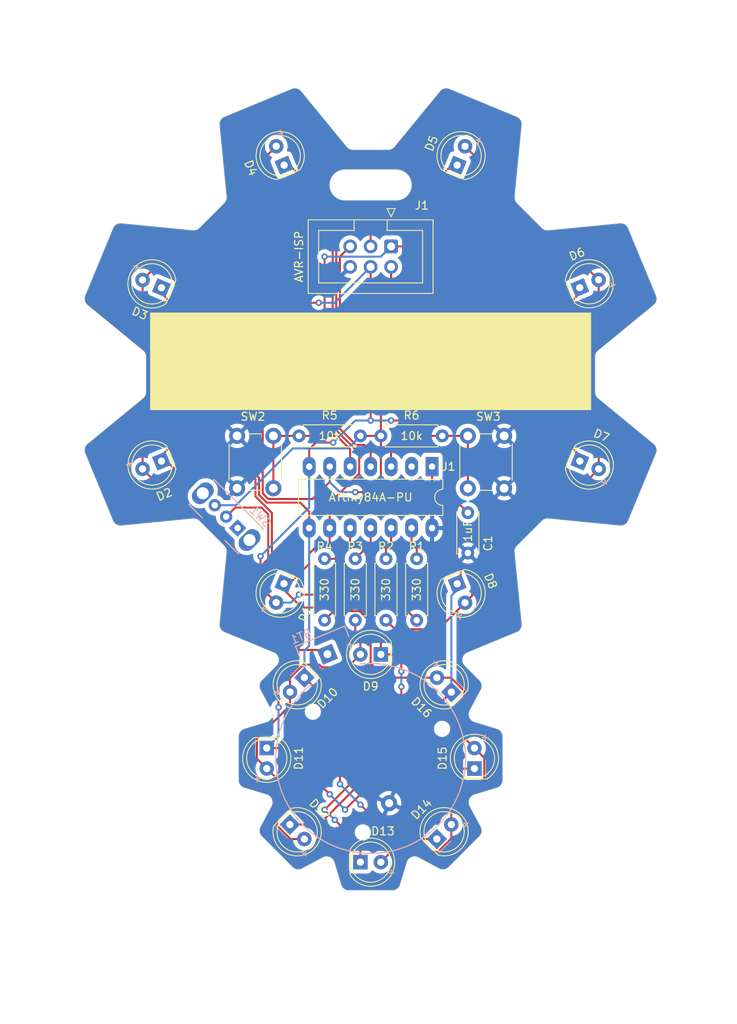
<source format=kicad_pcb>
(kicad_pcb (version 20241229) (generator "pcbnew") (generator_version "9.0")
  (layers (0 "F.Cu" signal) (2 "B.Cu" signal) (13 "F.Paste" user) (15 "B.Paste" user) (5 "F.SilkS" user "F.Silkscreen") (7 "B.SilkS" user "B.Silkscreen") (1 "F.Mask" user) (3 "B.Mask" user) (25 "Edge.Cuts" user))
  (net 0 "")
  (net 1 "Net-(BT1-Pad1)")
  (net 2 "Net-(D1-Pad2)")
  (net 3 "/sink1")
  (net 4 "/sink2")
  (net 5 "/sink3")
  (net 6 "/sink4")
  (net 7 "Net-(D10-Pad2)")
  (net 8 "GND")
  (net 9 "/source1")
  (net 10 "/source2")
  (net 11 "/source3")
  (net 12 "Net-(SW1-Pad1)")
  (net 13 "VCC")
  (net 14 "Net-(J1-Pad5)")
  (net 15 "Net-(D5-Pad2)")
  (net 16 "Net-(D13-Pad2)")
  (net 17 "/source4")
  (net 18 "Net-(U1-Pad2)")
  (net 19 "Net-(R5-Pad2)")
  (net 20 "Net-(R6-Pad2)")
  (footprint "LED_THT:LED_D5.0mm" (layer "F.Cu") (at 50.25113 86.943733 -157.5)
    (property "Reference" "D2" (at 1.27 -3.96 202.5) (layer "F.SilkS"))
    (property "Value" "LED")
    (fp_text user "+" (at 3.81 1.27 22.5) (layer "B.SilkS"))
    (pad "1" thru_hole rect (at 0 0 202.5) (size 1.8 1.8) (drill 0.9) (layers "*.Cu" "*.Mask") (net 4 "/sink2"))
    (pad "2" thru_hole circle (at 2.54 0 202.5) (size 1.8 1.8) (drill 0.9) (layers "*.Cu" "*.Mask") (net 2 "Net-(D1-Pad2)"))
  )
  (footprint "LED_THT:LED_D5.0mm" (layer "F.Cu") (at 50.249875 65.455011 157.5)
    (property "Reference" "D3" (at 1.27 -3.96 157.5) (layer "F.SilkS"))
    (property "Value" "LED")
    (fp_text user "+" (at 3.81 1.27 157.5) (layer "B.SilkS"))
    (pad "1" thru_hole rect (at 0 0 157.5) (size 1.8 1.8) (drill 0.9) (layers "*.Cu" "*.Mask") (net 5 "/sink3"))
    (pad "2" thru_hole circle (at 2.54 0 157.5) (size 1.8 1.8) (drill 0.9) (layers "*.Cu" "*.Mask") (net 2 "Net-(D1-Pad2)"))
  )
  (footprint "LED_THT:LED_D5.0mm" (layer "F.Cu") (at 86.93824 50.251657 67.5)
    (property "Reference" "D5" (at 1.27 -3.96 67.5) (layer "F.SilkS"))
    (property "Value" "LED")
    (fp_text user "+" (at 3.81 1.27 67.5) (layer "B.SilkS"))
    (pad "1" thru_hole rect (at 0 0 67.5) (size 1.8 1.8) (drill 0.9) (layers "*.Cu" "*.Mask") (net 3 "/sink1"))
    (pad "2" thru_hole circle (at 2.54 0 67.5) (size 1.8 1.8) (drill 0.9) (layers "*.Cu" "*.Mask") (net 15 "Net-(D5-Pad2)"))
  )
  (footprint "LED_THT:LED_D5.0mm" (layer "F.Cu") (at 102.143312 65.441119 22.5)
    (property "Reference" "D6" (at 1.27 -3.96 22.5) (layer "F.SilkS"))
    (property "Value" "LED")
    (fp_text user "+" (at 3.81 1.27 22.5) (layer "B.SilkS"))
    (pad "1" thru_hole rect (at 0 0 22.5) (size 1.8 1.8) (drill 0.9) (layers "*.Cu" "*.Mask") (net 4 "/sink2"))
    (pad "2" thru_hole circle (at 2.54 0 22.5) (size 1.8 1.8) (drill 0.9) (layers "*.Cu" "*.Mask") (net 15 "Net-(D5-Pad2)"))
  )
  (footprint "LED_THT:LED_D5.0mm" (layer "F.Cu") (at 102.15431 86.951258 -22.5)
    (property "Reference" "D7" (at 1.27 -3.96 337.5) (layer "F.SilkS"))
    (property "Value" "LED")
    (fp_text user "+" (at 3.81 1.27 157.5) (layer "B.SilkS"))
    (pad "1" thru_hole rect (at 0 0 337.5) (size 1.8 1.8) (drill 0.9) (layers "*.Cu" "*.Mask") (net 5 "/sink3"))
    (pad "2" thru_hole circle (at 2.54 0 337.5) (size 1.8 1.8) (drill 0.9) (layers "*.Cu" "*.Mask") (net 15 "Net-(D5-Pad2)"))
  )
  (footprint "LED_THT:LED_D5.0mm" (layer "F.Cu") (at 86.94257 102.166135 -67.5)
    (property "Reference" "D8" (at 1.27 -3.96 292.5) (layer "F.SilkS"))
    (property "Value" "LED")
    (fp_text user "+" (at 3.81 1.27 112.5) (layer "B.SilkS"))
    (pad "1" thru_hole rect (at 0 0 292.5) (size 1.8 1.8) (drill 0.9) (layers "*.Cu" "*.Mask") (net 6 "/sink4"))
    (pad "2" thru_hole circle (at 2.54 0 292.5) (size 1.8 1.8) (drill 0.9) (layers "*.Cu" "*.Mask") (net 15 "Net-(D5-Pad2)"))
  )
  (footprint "LED_THT:LED_D5.0mm" (layer "F.Cu") (at 67.990168 113.790525 -135)
    (property "Reference" "D10" (at -0.236426 -3.830615 225) (layer "F.SilkS"))
    (property "Value" "LED")
    (fp_text user "+" (at 3.81 1.27 45) (layer "B.SilkS"))
    (pad "1" thru_hole rect (at 0 0 225) (size 1.8 1.8) (drill 0.9) (layers "*.Cu" "*.Mask") (net 4 "/sink2"))
    (pad "2" thru_hole circle (at 2.54 0 225) (size 1.8 1.8) (drill 0.9) (layers "*.Cu" "*.Mask") (net 7 "Net-(D10-Pad2)"))
  )
  (footprint "LED_THT:LED_D5.0mm" (layer "F.Cu") (at 74.928347 136.678639)
    (property "Reference" "D13" (at 2.795653 -3.836639 0) (layer "F.SilkS"))
    (property "Value" "LED")
    (fp_text user "+" (at 3.81 1.27 0) (layer "B.SilkS"))
    (pad "1" thru_hole rect (at 0 0) (size 1.8 1.8) (drill 0.9) (layers "*.Cu" "*.Mask") (net 3 "/sink1"))
    (pad "2" thru_hole circle (at 2.54 0) (size 1.8 1.8) (drill 0.9) (layers "*.Cu" "*.Mask") (net 16 "Net-(D13-Pad2)"))
  )
  (footprint "Resistor_THT:R_Axial_DIN0207_L6.3mm_D2.5mm_P7.62mm_Horizontal" (layer "F.Cu") (at 81.915 106.68 90)
    (property "Reference" "R1" (at 9.144 0 180) (layer "F.SilkS"))
    (property "Value" "330" (at 3.81 0 90) (layer "F.SilkS"))
    (pad "1" thru_hole circle (at 0 0 90) (size 1.6 1.6) (drill 0.8) (layers "*.Cu" "*.Mask") (net 2 "Net-(D1-Pad2)"))
    (pad "2" thru_hole oval (at 7.62 0 90) (size 1.6 1.6) (drill 0.8) (layers "*.Cu" "*.Mask") (net 9 "/source1"))
  )
  (footprint "Resistor_THT:R_Axial_DIN0207_L6.3mm_D2.5mm_P7.62mm_Horizontal" (layer "F.Cu") (at 74.295 106.68 90)
    (property "Reference" "R3" (at 9.144 0 180) (layer "F.SilkS"))
    (property "Value" "330" (at 3.81 0 90) (layer "F.SilkS"))
    (pad "1" thru_hole circle (at 0 0 90) (size 1.6 1.6) (drill 0.8) (layers "*.Cu" "*.Mask") (net 7 "Net-(D10-Pad2)"))
    (pad "2" thru_hole oval (at 7.62 0 90) (size 1.6 1.6) (drill 0.8) (layers "*.Cu" "*.Mask") (net 11 "/source3"))
  )
  (footprint "Resistor_THT:R_Axial_DIN0207_L6.3mm_D2.5mm_P7.62mm_Horizontal" (layer "F.Cu") (at 78.105 106.68 90)
    (property "Reference" "R2" (at 9.144 0 180) (layer "F.SilkS"))
    (property "Value" "330" (at 3.81 0 90) (layer "F.SilkS"))
    (pad "1" thru_hole circle (at 0 0 90) (size 1.6 1.6) (drill 0.8) (layers "*.Cu" "*.Mask") (net 15 "Net-(D5-Pad2)"))
    (pad "2" thru_hole oval (at 7.62 0 90) (size 1.6 1.6) (drill 0.8) (layers "*.Cu" "*.Mask") (net 10 "/source2"))
  )
  (footprint "Resistor_THT:R_Axial_DIN0207_L6.3mm_D2.5mm_P7.62mm_Horizontal" (layer "F.Cu") (at 70.485 106.68 90)
    (property "Reference" "R4" (at 9.144 0 180) (layer "F.SilkS"))
    (property "Value" "330" (at 3.81 0 90) (layer "F.SilkS"))
    (pad "1" thru_hole circle (at 0 0 90) (size 1.6 1.6) (drill 0.8) (layers "*.Cu" "*.Mask") (net 16 "Net-(D13-Pad2)"))
    (pad "2" thru_hole oval (at 7.62 0 90) (size 1.6 1.6) (drill 0.8) (layers "*.Cu" "*.Mask") (net 17 "/source4"))
  )
  (footprint "Resistor_THT:R_Axial_DIN0207_L6.3mm_D2.5mm_P7.62mm_Horizontal" (layer "F.Cu") (at 74.93 83.82 180)
    (property "Reference" "R5" (at 3.81 2.54 0) (layer "F.SilkS"))
    (property "Value" "10k" (at 3.81 0 0) (layer "F.SilkS"))
    (pad "1" thru_hole circle (at 0 0 180) (size 1.6 1.6) (drill 0.8) (layers "*.Cu" "*.Mask") (net 13 "VCC"))
    (pad "2" thru_hole oval (at 7.62 0 180) (size 1.6 1.6) (drill 0.8) (layers "*.Cu" "*.Mask") (net 19 "Net-(R5-Pad2)"))
  )
  (footprint "Resistor_THT:R_Axial_DIN0207_L6.3mm_D2.5mm_P7.62mm_Horizontal" (layer "F.Cu") (at 77.47 83.82)
    (property "Reference" "R6" (at 3.81 -2.54 0) (layer "F.SilkS"))
    (property "Value" "10k" (at 3.81 0 0) (layer "F.SilkS"))
    (pad "1" thru_hole circle (at 0 0) (size 1.6 1.6) (drill 0.8) (layers "*.Cu" "*.Mask") (net 13 "VCC"))
    (pad "2" thru_hole oval (at 7.62 0) (size 1.6 1.6) (drill 0.8) (layers "*.Cu" "*.Mask") (net 20 "Net-(R6-Pad2)"))
  )
  (footprint "LED_THT:LED_D5.0mm" (layer "F.Cu") (at 86.21696 115.596882 135)
    (property "Reference" "D16" (at 1.27 -3.96 135) (layer "F.SilkS"))
    (property "Value" "LED")
    (fp_text user "+" (at 3.81 1.27 135) (layer "B.SilkS"))
    (pad "1" thru_hole rect (at 0 0 135) (size 1.8 1.8) (drill 0.9) (layers "*.Cu" "*.Mask") (net 6 "/sink4"))
    (pad "2" thru_hole circle (at 2.54 0 135) (size 1.8 1.8) (drill 0.9) (layers "*.Cu" "*.Mask") (net 16 "Net-(D13-Pad2)"))
  )
  (footprint "LED_THT:LED_D5.0mm" (layer "F.Cu") (at 89.078839 125.074814 90)
    (property "Reference" "D15" (at 1.27 -3.96 90) (layer "F.SilkS"))
    (property "Value" "LED")
    (fp_text user "+" (at 3.81 1.27 90) (layer "B.SilkS"))
    (pad "1" thru_hole rect (at 0 0 90) (size 1.8 1.8) (drill 0.9) (layers "*.Cu" "*.Mask") (net 5 "/sink3"))
    (pad "2" thru_hole circle (at 2.54 0 90) (size 1.8 1.8) (drill 0.9) (layers "*.Cu" "*.Mask") (net 16 "Net-(D13-Pad2)"))
  )
  (footprint "LED_THT:LED_D5.0mm" (layer "F.Cu") (at 65.452299 102.147157 -112.5)
    (property "Reference" "D1" (at 2.481288 -3.863327 247.5) (layer "F.SilkS"))
    (property "Value" "LED")
    (fp_text user "+" (at 3.81 1.27 67.5) (layer "B.SilkS"))
    (pad "1" thru_hole rect (at 0 0 247.5) (size 1.8 1.8) (drill 0.9) (layers "*.Cu" "*.Mask") (net 3 "/sink1"))
    (pad "2" thru_hole circle (at 2.54 0 247.5) (size 1.8 1.8) (drill 0.9) (layers "*.Cu" "*.Mask") (net 2 "Net-(D1-Pad2)"))
  )
  (footprint "LED_THT:LED_D5.0mm" (layer "F.Cu") (at 63.311052 122.528504 -90)
    (property "Reference" "D11" (at 1.27 -3.96 90) (layer "F.SilkS"))
    (property "Value" "LED")
    (fp_text user "+" (at 3.81 1.27 270) (layer "B.SilkS"))
    (pad "1" thru_hole rect (at 0 0 270) (size 1.8 1.8) (drill 0.9) (layers "*.Cu" "*.Mask") (net 5 "/sink3"))
    (pad "2" thru_hole circle (at 2.54 0 270) (size 1.8 1.8) (drill 0.9) (layers "*.Cu" "*.Mask") (net 7 "Net-(D10-Pad2)"))
  )
  (footprint "LED_THT:LED_D5.0mm" (layer "F.Cu") (at 77.4681 110.917765 180)
    (property "Reference" "D9" (at 1.27 -3.96 0) (layer "F.SilkS"))
    (property "Value" "LED")
    (fp_text user "+" (at 3.81 1.27 180) (layer "B.SilkS"))
    (pad "1" thru_hole rect (at 0 0 180) (size 1.8 1.8) (drill 0.9) (layers "*.Cu" "*.Mask") (net 3 "/sink1"))
    (pad "2" thru_hole circle (at 2.54 0 180) (size 1.8 1.8) (drill 0.9) (layers "*.Cu" "*.Mask") (net 7 "Net-(D10-Pad2)"))
  )
  (footprint "Button_Switch_THT:SW_PUSH_6mm_H5mm" (layer "F.Cu") (at 64.135 83.82 -90)
    (property "Reference" "SW2" (at -2.39 2.54 180) (layer "F.SilkS"))
    (property "Value" "SW_Push")
    (pad "1" thru_hole circle (at 0 0) (size 2 2) (drill 1.1) (layers "*.Cu" "*.Mask") (net 19 "Net-(R5-Pad2)"))
    (pad "1" thru_hole circle (at 6.5 0) (size 2 2) (drill 1.1) (layers "*.Cu" "*.Mask") (net 19 "Net-(R5-Pad2)"))
    (pad "2" thru_hole circle (at 0 4.5) (size 2 2) (drill 1.1) (layers "*.Cu" "*.Mask") (net 8 "GND"))
    (pad "2" thru_hole circle (at 6.5 4.5) (size 2 2) (drill 1.1) (layers "*.Cu" "*.Mask") (net 8 "GND"))
  )
  (footprint "Capacitor_THT:C_Disc_D5.0mm_W2.5mm_P5.00mm" (layer "F.Cu") (at 88.265 93.345 -90)
    (property "Reference" "C1" (at 3.81 -2.5 90) (layer "F.SilkS"))
    (property "Value" ".1uF" (at 2.5 0 90) (layer "F.SilkS"))
    (pad "1" thru_hole circle (at 0 0 270) (size 1.6 1.6) (drill 0.8) (layers "*.Cu" "*.Mask") (net 13 "VCC"))
    (pad "2" thru_hole circle (at 5 0 270) (size 1.6 1.6) (drill 0.8) (layers "*.Cu" "*.Mask") (net 8 "GND"))
  )
  (footprint "LED_THT:LED_D5.0mm" (layer "F.Cu") (at 65.46473 50.250436 112.5)
    (property "Reference" "D4" (at 1.27 -3.96 112.5) (layer "F.SilkS"))
    (property "Value" "LED")
    (fp_text user "+" (at 3.81 1.27 112.5) (layer "B.SilkS"))
    (pad "1" thru_hole rect (at 0 0 112.5) (size 1.8 1.8) (drill 0.9) (layers "*.Cu" "*.Mask") (net 6 "/sink4"))
    (pad "2" thru_hole circle (at 2.54 0 112.5) (size 1.8 1.8) (drill 0.9) (layers "*.Cu" "*.Mask") (net 2 "Net-(D1-Pad2)"))
  )
  (footprint "Connector_IDC:IDC-Header_2x03_P2.54mm_Vertical" (layer "F.Cu") (at 78.74 60.325 -90)
    (property "Reference" "J1" (at -5.08 -3.81 180) (layer "F.SilkS"))
    (property "Value" "AVR-ISP" (at 1.27 11.43 90) (layer "F.SilkS"))
    (pad "1" thru_hole roundrect (at 0 0 270) (size 1.7 1.7) (drill 1) (layers "*.Cu" "*.Mask") (roundrect_rratio 0.1470588235) (net 4 "/sink2"))
    (pad "2" thru_hole circle (at 2.54 0 270) (size 1.7 1.7) (drill 1) (layers "*.Cu" "*.Mask") (net 13 "VCC"))
    (pad "3" thru_hole circle (at 0 2.54 270) (size 1.7 1.7) (drill 1) (layers "*.Cu" "*.Mask") (net 3 "/sink1"))
    (pad "4" thru_hole circle (at 2.54 2.54 270) (size 1.7 1.7) (drill 1) (layers "*.Cu" "*.Mask") (net 5 "/sink3"))
    (pad "5" thru_hole circle (at 0 5.08 270) (size 1.7 1.7) (drill 1) (layers "*.Cu" "*.Mask") (net 14 "Net-(J1-Pad5)"))
    (pad "6" thru_hole circle (at 2.54 5.08 270) (size 1.7 1.7) (drill 1) (layers "*.Cu" "*.Mask") (net 8 "GND"))
  )
  (footprint "Package_DIP:DIP-14_W7.62mm_LongPads" (layer "F.Cu") (at 83.82 87.63 -90)
    (property "Reference" "U1" (at 0 -1.905 0) (layer "F.SilkS"))
    (property "Value" "ATtiny84A-PU" (at 3.81 7.62 180) (layer "F.SilkS"))
    (pad "1" thru_hole rect (at 0 0 270) (size 2.4 1.6) (drill 0.8) (layers "*.Cu" "*.Mask") (net 13 "VCC"))
    (pad "2" thru_hole oval (at 0 2.54 270) (size 2.4 1.6) (drill 0.8) (layers "*.Cu" "*.Mask") (net 18 "Net-(U1-Pad2)"))
    (pad "3" thru_hole oval (at 0 5.08 270) (size 2.4 1.6) (drill 0.8) (layers "*.Cu" "*.Mask") (net 20 "Net-(R6-Pad2)"))
    (pad "4" thru_hole oval (at 0 7.62 270) (size 2.4 1.6) (drill 0.8) (layers "*.Cu" "*.Mask") (net 14 "Net-(J1-Pad5)"))
    (pad "5" thru_hole oval (at 0 10.16 270) (size 2.4 1.6) (drill 0.8) (layers "*.Cu" "*.Mask") (net 19 "Net-(R5-Pad2)"))
    (pad "6" thru_hole oval (at 0 12.7 270) (size 2.4 1.6) (drill 0.8) (layers "*.Cu" "*.Mask") (net 6 "/sink4"))
    (pad "7" thru_hole oval (at 0 15.24 270) (size 2.4 1.6) (drill 0.8) (layers "*.Cu" "*.Mask") (net 5 "/sink3"))
    (pad "8" thru_hole oval (at 7.62 15.24 270) (size 2.4 1.6) (drill 0.8) (layers "*.Cu" "*.Mask") (net 4 "/sink2"))
    (pad "9" thru_hole oval (at 7.62 12.7 270) (size 2.4 1.6) (drill 0.8) (layers "*.Cu" "*.Mask") (net 3 "/sink1"))
    (pad "10" thru_hole oval (at 7.62 10.16 270) (size 2.4 1.6) (drill 0.8) (layers "*.Cu" "*.Mask") (net 17 "/source4"))
    (pad "11" thru_hole oval (at 7.62 7.62 270) (size 2.4 1.6) (drill 0.8) (layers "*.Cu" "*.Mask") (net 11 "/source3"))
    (pad "12" thru_hole oval (at 7.62 5.08 270) (size 2.4 1.6) (drill 0.8) (layers "*.Cu" "*.Mask") (net 10 "/source2"))
    (pad "13" thru_hole oval (at 7.62 2.54 270) (size 2.4 1.6) (drill 0.8) (layers "*.Cu" "*.Mask") (net 9 "/source1"))
    (pad "14" thru_hole oval (at 7.62 0 270) (size 2.4 1.6) (drill 0.8) (layers "*.Cu" "*.Mask") (net 8 "GND"))
  )
  (footprint "LED_THT:LED_D5.0mm" (layer "F.Cu") (at 84.414865 133.808244 45)
    (property "Reference" "D14" (at 1.27 -3.96 45) (layer "F.SilkS"))
    (property "Value" "LED")
    (fp_text user "+" (at 3.81 1.27 45) (layer "B.SilkS"))
    (pad "1" thru_hole rect (at 0 0 45) (size 1.8 1.8) (drill 0.9) (layers "*.Cu" "*.Mask") (net 4 "/sink2"))
    (pad "2" thru_hole circle (at 2.54 0 45) (size 1.8 1.8) (drill 0.9) (layers "*.Cu" "*.Mask") (net 16 "Net-(D13-Pad2)"))
  )
  (footprint "Button_Switch_THT:SW_PUSH_6mm_H5mm" (layer "F.Cu") (at 88.265 90.32 90)
    (property "Reference" "SW3" (at 8.89 2.54 180) (layer "F.SilkS"))
    (property "Value" "SW_Push")
    (pad "1" thru_hole circle (at 0 0 180) (size 2 2) (drill 1.1) (layers "*.Cu" "*.Mask") (net 20 "Net-(R6-Pad2)"))
    (pad "1" thru_hole circle (at 6.5 0 180) (size 2 2) (drill 1.1) (layers "*.Cu" "*.Mask") (net 20 "Net-(R6-Pad2)"))
    (pad "2" thru_hole circle (at 0 4.5 180) (size 2 2) (drill 1.1) (layers "*.Cu" "*.Mask") (net 8 "GND"))
    (pad "2" thru_hole circle (at 6.5 4.5 180) (size 2 2) (drill 1.1) (layers "*.Cu" "*.Mask") (net 8 "GND"))
  )
  (footprint "LED_THT:LED_D5.0mm" (layer "F.Cu") (at 66.183202 132.016332 -45)
    (property "Reference" "D12" (at 1.27 -3.96 135) (layer "F.SilkS"))
    (property "Value" "LED")
    (fp_text user "+" (at 3.81 1.27 315) (layer "B.SilkS"))
    (pad "1" thru_hole rect (at 0 0 315) (size 1.8 1.8) (drill 0.9) (layers "*.Cu" "*.Mask") (net 6 "/sink4"))
    (pad "2" thru_hole circle (at 2.54 0 315) (size 1.8 1.8) (drill 0.9) (layers "*.Cu" "*.Mask") (net 7 "Net-(D10-Pad2)"))
  )
  (footprint "CogLightBadgeTHT:MP000362_CR2032_Holder_THT" (layer "B.Cu") (at 76.2 123.825 22.5)
    (property "Reference" "BT1" (at -2.195129 -17.267445 202.5) (layer "B.SilkS") (effects (justify mirror)))
    (property "Value" "Battery_Cell")
    (pad "" np_thru_hole circle (at -4.4 -8.1 202.5) (size 1.5 1.5) (drill 1.5) (layers "*.Cu" "*.Mask"))
    (pad "" np_thru_hole circle (at -4.4 8.1 202.5) (size 1.5 1.5) (drill 1.5) (layers "*.Cu" "*.Mask"))
    (pad "" np_thru_hole circle (at 9.6 0 202.5) (size 1.5 1.5) (drill 1.5) (layers "*.Cu" "*.Mask"))
    (pad "1" thru_hole rect (at 0 -14 202.5) (size 2 2) (drill 1) (layers "*.Cu" "*.Mask") (net 1 "Net-(BT1-Pad1)"))
    (pad "2" thru_hole circle (at 0 6 202.5) (size 2 2) (drill 1) (layers "*.Cu" "*.Mask") (net 8 "GND"))
  )
  (footprint "CogLightBadgeTHT:OS102011MA1QN1_SPDT_SlideSwithch_THT" (layer "B.Cu") (at 58.275786 93.835786 135)
    (property "Reference" "SW1" (at -3 3 315) (layer "B.SilkS") (effects (justify mirror)))
    (property "Value" "SW_SPDT")
    (pad "" thru_hole oval (at -4.1 0 135) (size 2 3) (drill 1.5) (layers "*.Cu" "*.Mask"))
    (pad "" thru_hole oval (at 4.1 0 135) (size 2 3) (drill 1.5) (layers "*.Cu" "*.Mask"))
    (pad "1" thru_hole rect (at -2.000001 0 135) (size 1.524 1.524) (drill 0.8) (layers "*.Cu" "*.Mask") (net 12 "Net-(SW1-Pad1)"))
    (pad "2" thru_hole circle (at 0 0 135) (size 1.524 1.524) (drill 0.8) (layers "*.Cu" "*.Mask") (net 1 "Net-(BT1-Pad1)"))
    (pad "3" thru_hole circle (at 2.000001 0 135) (size 1.524 1.524) (drill 0.8) (layers "*.Cu" "*.Mask") (net 13 "VCC"))
  )
  (gr_poly (pts (xy 103.505 80.56964) (xy 48.895 80.56964) (xy 48.895 68.58) (xy 103.505 68.58)) (stroke (width 0.1)) (fill yes) (layer "F.SilkS"))
  (gr_arc (start 85.872539 137.295849) (mid 85.312286 137.577703) (end 84.694363 137.470483) (stroke (width 0.05)) (layer "Edge.Cuts"))
  (gr_arc (start 58.321114 54.146878) (mid 58.267357 54.581556) (end 58.032993 54.951568) (stroke (width 0.05)) (layer "Edge.Cuts"))
  (gr_line (start 89.867761 132.297085) (end 88.496543 129.731051) (stroke (width 0.05)) (layer "Edge.Cuts"))
  (gr_arc (start 54.948613 58.035947) (mid 54.578525 58.270189) (end 54.143829 58.323803) (stroke (width 0.05)) (layer "Edge.Cuts"))
  (gr_line (start 94.073141 54.146551) (end 94.946602 45.268329) (stroke (width 0.05)) (layer "Edge.Cuts"))
  (gr_arc (start 57.447588 45.268003) (mid 57.585198 44.65613) (end 58.060131 44.24654) (stroke (width 0.05)) (layer "Edge.Cuts"))
  (gr_line (start 66.427503 40.780661) (end 58.060131 44.24654) (stroke (width 0.05)) (layer "Edge.Cuts"))
  (gr_arc (start 73.025 54.61) (mid 71.12 52.705) (end 73.025 50.8) (stroke (width 0.05)) (layer "Edge.Cuts"))
  (gr_line (start 41.067342 84.813816) (end 47.962824 79.153596) (stroke (width 0.05)) (layer "Edge.Cuts"))
  (gr_arc (start 94.946634 107.131663) (mid 94.809024 107.743536) (end 94.334091 108.153126) (stroke (width 0.05)) (layer "Edge.Cuts"))
  (gr_line (start 73.025 50.8) (end 79.375 50.8) (stroke (width 0.05)) (layer "Edge.Cuts"))
  (gr_arc (start 67.699569 137.470638) (mid 67.081611 137.577655) (end 66.521451 137.295617) (stroke (width 0.05)) (layer "Edge.Cuts"))
  (gr_arc (start 89.693127 114.124404) (mid 89.974981 114.684657) (end 89.867761 115.30258) (stroke (width 0.05)) (layer "Edge.Cuts"))
  (gr_line (start 73.243348 47.965546) (end 67.583128 41.070064) (stroke (width 0.05)) (layer "Edge.Cuts"))
  (gr_arc (start 80.700309 136.69022) (mid 81.274647 136.057232) (end 82.128329 136.099265) (stroke (width 0.05)) (layer "Edge.Cuts"))
  (gr_arc (start 59.812425 121.098269) (mid 60.009283 120.502809) (end 60.522037 120.141688) (stroke (width 0.05)) (layer "Edge.Cuts"))
  (gr_line (start 47.962824 73.24607) (end 41.067342 67.58585) (stroke (width 0.05)) (layer "Edge.Cuts"))
  (gr_line (start 89.692895 114.124172) (end 87.888363 112.31964) (stroke (width 0.05)) (layer "Edge.Cuts"))
  (gr_arc (start 88.496234 129.730471) (mid 88.454762 128.876762) (end 89.088127 128.30284) (stroke (width 0.05)) (layer "Edge.Cuts"))
  (gr_line (start 58.060131 108.153126) (end 64.181435 110.688653) (stroke (width 0.05)) (layer "Edge.Cuts"))
  (gr_line (start 107.128615 57.450342) (end 98.250393 58.323803) (stroke (width 0.05)) (layer "Edge.Cuts"))
  (gr_arc (start 94.073108 98.252788) (mid 94.126865 97.81811) (end 94.361229 97.448098) (stroke (width 0.05)) (layer "Edge.Cuts"))
  (gr_arc (start 79.150666 47.9658) (mid 78.80529 48.235152) (end 78.377932 48.331069) (stroke (width 0.05)) (layer "Edge.Cuts"))
  (gr_line (start 111.616283 66.430225) (end 108.150404 58.062853) (stroke (width 0.05)) (layer "Edge.Cuts"))
  (gr_line (start 40.777939 66.430225) (end 44.243818 58.062853) (stroke (width 0.05)) (layer "Edge.Cuts"))
  (gr_line (start 45.265607 57.450342) (end 54.143829 58.323803) (stroke (width 0.05)) (layer "Edge.Cuts"))
  (gr_arc (start 111.616408 66.430528) (mid 111.662407 67.055995) (end 111.32688 67.58585) (stroke (width 0.05)) (layer "Edge.Cuts"))
  (gr_line (start 88.496543 117.868614) (end 89.867761 115.30258) (stroke (width 0.05)) (layer "Edge.Cuts"))
  (gr_arc (start 84.811302 41.069811) (mid 85.341267 40.734457) (end 85.966719 40.780661) (stroke (width 0.05)) (layer "Edge.Cuts"))
  (gr_arc (start 63.897988 117.869194) (mid 63.93946 118.722903) (end 63.306095 119.296825) (stroke (width 0.05)) (layer "Edge.Cuts"))
  (gr_arc (start 60.521723 127.457882) (mid 60.009087 127.096592) (end 59.812425 126.501068) (stroke (width 0.05)) (layer "Edge.Cuts"))
  (gr_line (start 92.581797 126.501068) (end 92.581797 121.098597) (stroke (width 0.05)) (layer "Edge.Cuts"))
  (gr_line (start 78.898346 140.184519) (end 73.495876 140.184519) (stroke (width 0.05)) (layer "Edge.Cuts"))
  (gr_arc (start 48.328347 78.380982) (mid 48.232289 78.808308) (end 47.962824 79.153596) (stroke (width 0.05)) (layer "Edge.Cuts"))
  (gr_line (start 88.212787 110.688653) (end 94.334091 108.153126) (stroke (width 0.05)) (layer "Edge.Cuts"))
  (gr_line (start 111.32688 84.813816) (end 104.431398 79.153596) (stroke (width 0.05)) (layer "Edge.Cuts"))
  (gr_arc (start 58.033225 97.448331) (mid 58.267467 97.818419) (end 58.321081 98.253115) (stroke (width 0.05)) (layer "Edge.Cuts"))
  (gr_line (start 85.872771 137.295617) (end 89.692895 133.475493) (stroke (width 0.05)) (layer "Edge.Cuts"))
  (gr_line (start 58.321081 98.253115) (end 57.44762 107.131337) (stroke (width 0.05)) (layer "Edge.Cuts"))
  (gr_arc (start 98.250066 58.323836) (mid 97.815388 58.270079) (end 97.445376 58.035715) (stroke (width 0.05)) (layer "Edge.Cuts"))
  (gr_line (start 97.445376 58.035715) (end 94.361229 54.951568) (stroke (width 0.05)) (layer "Edge.Cuts"))
  (gr_line (start 94.361229 97.448098) (end 97.445376 94.363951) (stroke (width 0.05)) (layer "Edge.Cuts"))
  (gr_line (start 73.025 54.61) (end 79.375 54.61) (stroke (width 0.05)) (layer "Edge.Cuts"))
  (gr_arc (start 104.065875 74.018684) (mid 104.161933 73.591358) (end 104.431398 73.24607) (stroke (width 0.05)) (layer "Edge.Cuts"))
  (gr_line (start 79.855255 139.474907) (end 80.700118 136.690849) (stroke (width 0.05)) (layer "Edge.Cuts"))
  (gr_line (start 45.265607 94.949324) (end 54.143829 94.075863) (stroke (width 0.05)) (layer "Edge.Cuts"))
  (gr_arc (start 107.128941 57.45031) (mid 107.740814 57.58792) (end 108.150404 58.062853) (stroke (width 0.05)) (layer "Edge.Cuts"))
  (gr_arc (start 108.150278 94.337116) (mid 107.740533 94.811914) (end 107.128615 94.949324) (stroke (width 0.05)) (layer "Edge.Cuts"))
  (gr_arc (start 40.777814 85.969138) (mid 40.731815 85.343671) (end 41.067342 84.813816) (stroke (width 0.05)) (layer "Edge.Cuts"))
  (gr_arc (start 104.431144 79.153388) (mid 104.161792 78.808012) (end 104.065875 78.380654) (stroke (width 0.05)) (layer "Edge.Cuts"))
  (gr_arc (start 58.059828 108.153) (mid 57.58503 107.743255) (end 57.44762 107.131337) (stroke (width 0.05)) (layer "Edge.Cuts"))
  (gr_line (start 108.150404 94.336813) (end 111.616283 85.969441) (stroke (width 0.05)) (layer "Edge.Cuts"))
  (gr_line (start 57.44762 45.268329) (end 58.321081 54.146551) (stroke (width 0.05)) (layer "Edge.Cuts"))
  (gr_line (start 94.334091 44.24654) (end 85.966719 40.780661) (stroke (width 0.05)) (layer "Edge.Cuts"))
  (gr_line (start 78.377932 48.331069) (end 74.01629 48.331069) (stroke (width 0.05)) (layer "Edge.Cuts"))
  (gr_line (start 104.065875 78.380654) (end 104.065875 74.019012) (stroke (width 0.05)) (layer "Edge.Cuts"))
  (gr_arc (start 64.181436 110.688653) (mid 64.779538 111.417443) (end 64.505859 112.31964) (stroke (width 0.05)) (layer "Edge.Cuts"))
  (gr_arc (start 70.266473 136.098956) (mid 71.120182 136.057484) (end 71.694104 136.690849) (stroke (width 0.05)) (layer "Edge.Cuts"))
  (gr_line (start 63.897679 129.731051) (end 62.526461 132.297085) (stroke (width 0.05)) (layer "Edge.Cuts"))
  (gr_line (start 48.328347 78.380654) (end 48.328347 74.019012) (stroke (width 0.05)) (layer "Edge.Cuts"))
  (gr_arc (start 66.427806 40.780536) (mid 67.053273 40.734537) (end 67.583128 41.070064) (stroke (width 0.05)) (layer "Edge.Cuts"))
  (gr_line (start 89.088127 119.296825) (end 91.872185 120.141688) (stroke (width 0.05)) (layer "Edge.Cuts"))
  (gr_line (start 63.897679 117.868614) (end 62.526461 115.30258) (stroke (width 0.05)) (layer "Edge.Cuts"))
  (gr_arc (start 111.327133 84.814024) (mid 111.662487 85.343989) (end 111.616283 85.969441) (stroke (width 0.05)) (layer "Edge.Cuts"))
  (gr_arc (start 44.243944 58.06255) (mid 44.653689 57.587752) (end 45.265607 57.450342) (stroke (width 0.05)) (layer "Edge.Cuts"))
  (gr_arc (start 73.495548 140.184519) (mid 72.900088 139.987661) (end 72.538967 139.474907) (stroke (width 0.05)) (layer "Edge.Cuts"))
  (gr_line (start 62.701327 133.475493) (end 66.521451 137.295617) (stroke (width 0.05)) (layer "Edge.Cuts"))
  (gr_arc (start 94.360997 54.951335) (mid 94.126755 54.581247) (end 94.073141 54.146551) (stroke (width 0.05)) (layer "Edge.Cuts"))
  (gr_line (start 64.505859 112.31964) (end 62.701327 114.124172) (stroke (width 0.05)) (layer "Edge.Cuts"))
  (gr_arc (start 92.581797 126.501396) (mid 92.384939 127.096856) (end 91.872185 127.457977) (stroke (width 0.05)) (layer "Edge.Cuts"))
  (gr_line (start 54.948846 94.363951) (end 58.032993 97.448098) (stroke (width 0.05)) (layer "Edge.Cuts"))
  (gr_line (start 82.128329 136.099265) (end 84.694363 137.470483) (stroke (width 0.05)) (layer "Edge.Cuts"))
  (gr_arc (start 62.701095 133.475261) (mid 62.419241 132.915008) (end 62.526461 132.297085) (stroke (width 0.05)) (layer "Edge.Cuts"))
  (gr_line (start 111.32688 67.58585) (end 104.431398 73.24607) (stroke (width 0.05)) (layer "Edge.Cuts"))
  (gr_arc (start 97.445609 94.363719) (mid 97.815697 94.129477) (end 98.250393 94.075863) (stroke (width 0.05)) (layer "Edge.Cuts"))
  (gr_arc (start 54.144156 94.07583) (mid 54.578834 94.129587) (end 54.948846 94.363951) (stroke (width 0.05)) (layer "Edge.Cuts"))
  (gr_line (start 60.522037 120.141688) (end 63.306095 119.296825) (stroke (width 0.05)) (layer "Edge.Cuts"))
  (gr_arc (start 47.963078 73.246278) (mid 48.23243 73.591654) (end 48.328347 74.019012) (stroke (width 0.05)) (layer "Edge.Cuts"))
  (gr_line (start 60.522037 127.457977) (end 63.306095 128.30284) (stroke (width 0.05)) (layer "Edge.Cuts"))
  (gr_arc (start 79.375 50.8) (mid 81.28 52.705) (end 79.375 54.61) (stroke (width 0.05)) (layer "Edge.Cuts"))
  (gr_line (start 84.811094 41.070064) (end 79.150874 47.965546) (stroke (width 0.05)) (layer "Edge.Cuts"))
  (gr_arc (start 62.526306 115.30229) (mid 62.419289 114.684332) (end 62.701327 114.124172) (stroke (width 0.05)) (layer "Edge.Cuts"))
  (gr_arc (start 91.872499 120.141783) (mid 92.385135 120.503073) (end 92.581797 121.098597) (stroke (width 0.05)) (layer "Edge.Cuts"))
  (gr_arc (start 74.015962 48.331069) (mid 73.588636 48.235011) (end 73.243348 47.965546) (stroke (width 0.05)) (layer "Edge.Cuts"))
  (gr_arc (start 89.867916 132.297375) (mid 89.974933 132.915333) (end 89.692895 133.475493) (stroke (width 0.05)) (layer "Edge.Cuts"))
  (gr_line (start 94.946602 107.131337) (end 94.073141 98.253115) (stroke (width 0.05)) (layer "Edge.Cuts"))
  (gr_arc (start 89.087498 119.296634) (mid 88.45451 118.722296) (end 88.496543 117.868614) (stroke (width 0.05)) (layer "Edge.Cuts"))
  (gr_line (start 67.699859 137.470483) (end 70.265893 136.099265) (stroke (width 0.05)) (layer "Edge.Cuts"))
  (gr_line (start 72.538967 139.474907) (end 71.694104 136.690849) (stroke (width 0.05)) (layer "Edge.Cuts"))
  (gr_arc (start 41.067089 67.585642) (mid 40.731735 67.055677) (end 40.777939 66.430225) (stroke (width 0.05)) (layer "Edge.Cuts"))
  (gr_line (start 89.088127 128.30284) (end 91.872185 127.457977) (stroke (width 0.05)) (layer "Edge.Cuts"))
  (gr_line (start 44.243818 94.336813) (end 40.777939 85.969441) (stroke (width 0.05)) (layer "Edge.Cuts"))
  (gr_arc (start 63.306724 128.303031) (mid 63.939712 128.877369) (end 63.897679 129.731051) (stroke (width 0.05)) (layer "Edge.Cuts"))
  (gr_arc (start 94.334394 44.246666) (mid 94.809192 44.656411) (end 94.946602 45.268329) (stroke (width 0.05)) (layer "Edge.Cuts"))
  (gr_line (start 58.032993 54.951568) (end 54.948846 58.035715) (stroke (width 0.05)) (layer "Edge.Cuts"))
  (gr_line (start 98.250393 94.075863) (end 107.128615 94.949324) (stroke (width 0.05)) (layer "Edge.Cuts"))
  (gr_arc (start 79.85516 139.475221) (mid 79.49387 139.987857) (end 78.898346 140.184519) (stroke (width 0.05)) (layer "Edge.Cuts"))
  (gr_line (start 59.812425 121.098597) (end 59.812425 126.501068) (stroke (width 0.05)) (layer "Edge.Cuts"))
  (gr_arc (start 87.888363 112.31964) (mid 87.614684 111.417442) (end 88.212787 110.688653) (stroke (width 0.05)) (layer "Edge.Cuts"))
  (gr_arc (start 45.265281 94.949356) (mid 44.653408 94.811746) (end 44.243818 94.336813) (stroke (width 0.05)) (layer "Edge.Cuts"))
  (segment (start 69.977 110.363) (end 65.913 110.363) (width 0.25) (layer "F.Cu") (net 1))
  (segment (start 62.654768 92.71) (end 59.401572 92.71) (width 0.25) (layer "F.Cu") (net 1))
  (segment (start 62.986491 107.436491) (end 62.986491 99.572099) (width 0.25) (layer "F.Cu") (net 1))
  (segment (start 65.913 110.363) (end 62.986491 107.436491) (width 0.25) (layer "F.Cu") (net 1))
  (segment (start 70.842432 110.890687) (end 70.504687 110.890687) (width 0.25) (layer "F.Cu") (net 1))
  (segment (start 59.401572 92.71) (end 58.275786 93.835786) (width 0.25) (layer "F.Cu") (net 1))
  (segment (start 62.986491 99.572099) (end 63.5 99.05859) (width 0.25) (layer "F.Cu") (net 1))
  (segment (start 70.504687 110.890687) (end 69.977 110.363) (width 0.25) (layer "F.Cu") (net 1))
  (segment (start 63.5 93.555232) (end 62.654768 92.71) (width 0.25) (layer "F.Cu") (net 1))
  (segment (start 63.5 99.05859) (end 63.5 93.555232) (width 0.25) (layer "F.Cu") (net 1))
  (segment (start 63.95001 93.368832) (end 63.95001 99.24499) (width 0.25) (layer "F.Cu") (net 2))
  (segment (start 49.246813 89.258086) (end 50.904086 89.258086) (width 0.25) (layer "F.Cu") (net 2))
  (segment (start 61.0276 88.33401) (end 61.909979 89.216389) (width 0.25) (layer "F.Cu") (net 2))
  (segment (start 47.903221 70.763221) (end 49.53 72.39) (width 0.25) (layer "F.Cu") (net 2))
  (segment (start 49.53 80.645) (end 47.904476 82.270524) (width 0.25) (layer "F.Cu") (net 2))
  (segment (start 63.4365 103.450028) (end 64.480283 104.493811) (width 0.25) (layer "F.Cu") (net 2))
  (segment (start 61.909979 89.216389) (end 61.909979 91.328801) (width 0.25) (layer "F.Cu") (net 2))
  (segment (start 51.426216 60.96) (end 47.903221 64.482995) (width 0.25) (layer "F.Cu") (net 2))
  (segment (start 49.53 72.39) (end 49.53 80.645) (width 0.25) (layer "F.Cu") (net 2))
  (segment (start 53.34 60.96) (end 51.426216 60.96) (width 0.25) (layer "F.Cu") (net 2))
  (segment (start 67.31 103.505) (end 78.74 103.505) (width 0.25) (layer "F.Cu") (net 2))
  (segment (start 50.904086 89.258086) (end 51.828162 88.33401) (width 0.25) (layer "F.Cu") (net 2))
  (segment (start 47.904476 82.270524) (end 47.904476 87.915749) (width 0.25) (layer "F.Cu") (net 2))
  (segment (start 64.492714 47.903782) (end 61.2775 51.118996) (width 0.25) (layer "F.Cu") (net 2))
  (segment (start 47.903221 64.482995) (end 47.903221 70.763221) (width 0.25) (layer "F.Cu") (net 2))
  (segment (start 61.909979 91.328801) (end 63.95001 93.368832) (width 0.25) (layer "F.Cu") (net 2))
  (segment (start 63.4365 99.7585) (end 63.4365 103.450028) (width 0.25) (layer "F.Cu") (net 2))
  (segment (start 51.828162 88.33401) (end 61.0276 88.33401) (width 0.25) (layer "F.Cu") (net 2))
  (segment (start 64.480283 104.493811) (end 63.5 103.513528) (width 0.25) (layer "F.Cu") (net 2))
  (segment (start 63.95001 99.24499) (end 63.4365 99.7585) (width 0.25) (layer "F.Cu") (net 2))
  (segment (start 78.74 103.505) (end 81.915 106.68) (width 0.25) (layer "F.Cu") (net 2))
  (segment (start 61.2775 51.118996) (end 61.2775 53.0225) (width 0.25) (layer "F.Cu") (net 2))
  (segment (start 47.904476 87.915749) (end 49.246813 89.258086) (width 0.25) (layer "F.Cu") (net 2))
  (segment (start 61.2775 53.0225) (end 53.34 60.96) (width 0.25) (layer "F.Cu") (net 2))
  (via (at 67.31 103.505) (size 0.8) (drill 0.4) (layers "F.Cu" "B.Cu") (net 2))
  (segment (start 64.480283 104.493811) (end 66.321189 104.493811) (width 0.25) (layer "B.Cu") (net 2))
  (segment (start 66.321189 104.493811) (end 67.31 103.505) (width 0.25) (layer "B.Cu") (net 2))
  (segment (start 76.65001 106.733598) (end 76.65001 108.40001) (width 0.25) (layer "F.Cu") (net 3))
  (segment (start 65.452299 102.147157) (end 65.452299 102.917299) (width 0.25) (layer "F.Cu") (net 3))
  (segment (start 71.93999 59.50501) (end 71.93999 83.131402) (width 0.25) (layer "F.Cu") (net 3))
  (segment (start 65.452299 102.917299) (end 67.63999 105.10499) (width 0.25) (layer "F.Cu") (net 3))
  (segment (start 71.206004 92.075) (end 71.12 92.075) (width 0.25) (layer "F.Cu") (net 3))
  (segment (start 80.01 111.76) (end 79.167765 110.917765) (width 0.25) (layer "F.Cu") (net 3))
  (segment (start 74.78501 88.495994) (end 71.206004 92.075) (width 0.25) (layer "F.Cu") (net 3))
  (segment (start 71.93999 83.131402) (end 74.78501 85.976422) (width 0.25) (layer "F.Cu") (net 3))
  (segment (start 71.12 92.075) (end 71.12 95.25) (width 0.25) (layer "F.Cu") (net 3))
  (segment (start 65.452299 102.147157) (end 66.127843 102.147157) (width 0.25) (layer "F.Cu") (net 3))
  (segment (start 76.2 58.42) (end 78.105 58.42) (width 0.25) (layer "F.Cu") (net 3))
  (segment (start 79.167765 110.917765) (end 77.4681 110.917765) (width 0.25) (layer "F.Cu") (net 3))
  (segment (start 68.58 99.695) (end 68.58 98.425) (width 0.25) (layer "F.Cu") (net 3))
  (segment (start 76.65001 108.40001) (end 77.4681 109.2181) (width 0.25) (layer "F.Cu") (net 3))
  (segment (start 66.127843 102.147157) (end 68.58 99.695) (width 0.25) (layer "F.Cu") (net 3))
  (segment (start 78.105 58.42) (end 86.273343 50.251657) (width 0.25) (layer "F.Cu") (net 3))
  (segment (start 86.273343 50.251657) (end 86.93824 50.251657) (width 0.25) (layer "F.Cu") (net 3))
  (segment (start 73.025 58.42) (end 71.93999 59.50501) (width 0.25) (layer "F.Cu") (net 3))
  (segment (start 74.78501 85.976422) (end 74.78501 88.495994) (width 0.25) (layer "F.Cu") (net 3))
  (segment (start 75.021402 105.10499) (end 76.65001 106.733598) (width 0.25) (layer "F.Cu") (net 3))
  (segment (start 71.12 97.028) (end 70.6755 97.4725) (width 0.25) (layer "F.Cu") (net 3))
  (segment (start 74.928347 134.618347) (end 71.755 131.445) (width 0.25) (layer "F.Cu") (net 3))
  (segment (start 70.485 130.175) (end 80.01 120.65) (width 0.25) (layer "F.Cu") (net 3))
  (segment (start 71.12 95.25) (end 71.12 97.028) (width 0.25) (layer "F.Cu") (net 3))
  (segment (start 80.01 120.65) (end 80.01 114.935) (width 0.25) (layer "F.Cu") (net 3))
  (segment (start 76.2 60.325) (end 76.2 58.42) (width 0.25) (layer "F.Cu") (net 3))
  (segment (start 76.2 58.42) (end 73.025 58.42) (width 0.25) (layer "F.Cu") (net 3))
  (segment (start 80.01 113.03) (end 80.01 111.76) (width 0.25) (layer "F.Cu") (net 3))
  (segment (start 69.5325 97.4725) (end 68.58 98.425) (width 0.25) (layer "F.Cu") (net 3))
  (segment (start 70.6755 97.4725) (end 69.5325 97.4725) (width 0.25) (layer "F.Cu") (net 3))
  (segment (start 74.928347 136.678639) (end 74.928347 134.618347) (width 0.25) (layer "F.Cu") (net 3))
  (segment (start 77.4681 109.2181) (end 77.4681 110.917765) (width 0.25) (layer "F.Cu") (net 3))
  (segment (start 67.63999 105.10499) (end 75.021402 105.10499) (width 0.25) (layer "F.Cu") (net 3))
  (via (at 80.01 114.935) (size 0.8) (drill 0.4) (layers "F.Cu" "B.Cu") (net 3))
  (via (at 70.485 130.175) (size 0.8) (drill 0.4) (layers "F.Cu" "B.Cu") (net 3))
  (via (at 71.755 131.445) (size 0.8) (drill 0.4) (layers "F.Cu" "B.Cu") (net 3))
  (via (at 80.01 113.03) (size 0.8) (drill 0.4) (layers "F.Cu" "B.Cu") (net 3))
  (segment (start 71.755 131.445) (end 70.485 130.175) (width 0.25) (layer "B.Cu") (net 3))
  (segment (start 80.01 114.935) (end 80.01 113.03) (width 0.25) (layer "B.Cu") (net 3))
  (segment (start 67.457011 92.095011) (end 63.312599 92.095011) (width 0.25) (layer "F.Cu") (net 4))
  (segment (start 51.816 87.884) (end 50.875733 86.943733) (width 0.25) (layer "F.Cu") (net 4))
  (segment (start 102.143312 65.441119) (end 102.143312 66.131688) (width 0.25) (layer "F.Cu") (net 4))
  (segment (start 99.06 67.31) (end 92.075 60.325) (width 0.25) (layer "F.Cu") (net 4))
  (segment (start 78.74 60.325) (end 92.075 60.325) (width 0.25) (layer "F.Cu") (net 4))
  (segment (start 61.214 87.884) (end 51.816 87.884) (width 0.25) (layer "F.Cu") (net 4))
  (segment (start 70.485 72.38859) (end 61.59359 81.28) (width 0.25) (layer "F.Cu") (net 4))
  (segment (start 70.485 61.595) (end 70.485 72.38859) (width 0.25) (layer "F.Cu") (net 4))
  (segment (start 100.965 67.31) (end 99.06 67.31) (width 0.25) (layer "F.Cu") (net 4))
  (segment (start 50.25113 86.27387) (end 50.25113 86.943733) (width 0.25) (layer "F.Cu") (net 4))
  (segment (start 61.59359 81.28) (end 55.245 81.28) (width 0.25) (layer "F.Cu") (net 4))
  (segment (start 55.245 81.28) (end 50.25113 86.27387) (width 0.25) (layer "F.Cu") (net 4))
  (segment (start 50.875733 86.943733) (end 50.25113 86.943733) (width 0.25) (layer "F.Cu") (net 4))
  (segment (start 72.39 118.190357) (end 67.990168 113.790525) (width 0.25) (layer "F.Cu") (net 4))
  (segment (start 102.143312 66.131688) (end 100.965 67.31) (width 0.25) (layer "F.Cu") (net 4))
  (segment (start 68.58 95.25) (end 68.58 93.218) (width 0.25) (layer "F.Cu") (net 4))
  (segment (start 62.359989 89.029989) (end 61.214 87.884) (width 0.25) (layer "F.Cu") (net 4))
  (segment (start 72.39 127) (end 72.39 118.190357) (width 0.25) (layer "F.Cu") (net 4))
  (segment (start 79.198244 133.808244) (end 74.93 129.54) (width 0.25) (layer "F.Cu") (net 4))
  (segment (start 68.58 93.218) (end 67.457011 92.095011) (width 0.25) (layer "F.Cu") (net 4))
  (segment (start 62.359989 91.142401) (end 62.359989 89.029989) (width 0.25) (layer "F.Cu") (net 4))
  (segment (start 84.414865 133.808244) (end 79.198244 133.808244) (width 0.25) (layer "F.Cu") (net 4))
  (segment (start 63.312599 92.095011) (end 62.359989 91.142401) (width 0.25) (layer "F.Cu") (net 4))
  (via (at 72.39 127) (size 0.8) (drill 0.4) (layers "F.Cu" "B.Cu") (net 4))
  (via (at 74.93 129.54) (size 0.8) (drill 0.4) (layers "F.Cu" "B.Cu") (net 4))
  (via (at 70.485 61.595) (size 0.8) (drill 0.4) (layers "F.Cu" "B.Cu") (net 4))
  (segment (start 68.58 95.25) (end 68.58 109.855) (width 0.25) (layer "B.Cu") (net 4))
  (segment (start 77.47 61.595) (end 70.485 61.595) (width 0.25) (layer "B.Cu") (net 4))
  (segment (start 78.74 60.325) (end 77.47 61.595) (width 0.25) (layer "B.Cu") (net 4))
  (segment (start 67.990168 110.444832) (end 68.58 109.855) (width 0.25) (layer "B.Cu") (net 4))
  (segment (start 67.990168 113.790525) (end 67.990168 110.444832) (width 0.25) (layer "B.Cu") (net 4))
  (segment (start 74.93 129.54) (end 72.39 127) (width 0.25) (layer "B.Cu") (net 4))
  (segment (start 78.125186 125.074814) (end 73.025 130.175) (width 0.25) (layer "F.Cu") (net 5))
  (segment (start 50.249875 65.455011) (end 50.249875 66.124875) (width 0.25) (layer "F.Cu") (net 5))
  (segment (start 65.594795 113.817059) (end 64.77 114.641855) (width 0.25) (layer "F.Cu") (net 5))
  (segment (start 62.536481 98.753519) (end 62.536481 107.622891) (width 0.25) (layer "F.Cu") (net 5))
  (segment (start 89.078839 125.074814) (end 78.125186 125.074814) (width 0.25) (layer "F.Cu") (net 5))
  (segment (start 64.77 114.641855) (end 64.77 117.475) (width 0.25) (layer "F.Cu") (net 5))
  (segment (start 62.536481 107.622891) (end 65.594795 110.681205) (width 0.25) (layer "F.Cu") (net 5))
  (segment (start 97.79 81.915) (end 102.15431 86.27931) (width 0.25) (layer "F.Cu") (net 5))
  (segment (start 65.378504 122.528504) (end 63.311052 122.528504) (width 0.25) (layer "F.Cu") (net 5))
  (segment (start 76.2 62.865) (end 76.2 81.915) (width 0.25) (layer "F.Cu") (net 5))
  (segment (start 51.435 67.31) (end 67.945 67.31) (width 0.25) (layer "F.Cu") (net 5))
  (segment (start 71.559847 84.650153) (end 69.410153 84.650153) (width 0.25) (layer "F.Cu") (net 5))
  (segment (start 102.15431 86.27931) (end 102.15431 86.951258) (width 0.25) (layer "F.Cu") (net 5))
  (segment (start 68.58 85.480306) (end 68.58 87.63) (width 0.25) (layer "F.Cu") (net 5))
  (segment (start 78.74 81.915) (end 97.79 81.915) (width 0.25) (layer "F.Cu") (net 5))
  (segment (start 69.410153 84.650153) (end 68.58 85.480306) (width 0.25) (layer "F.Cu") (net 5))
  (segment (start 65.594795 110.681205) (end 65.594795 113.817059) (width 0.25) (layer "F.Cu") (net 5))
  (segment (start 50.249875 66.124875) (end 51.435 67.31) (width 0.25) (layer "F.Cu") (net 5))
  (segment (start 67.945 67.31) (end 69.76 67.31) (width 0.25) (layer "F.Cu") (net 5))
  (segment (start 71.12 128.27) (end 65.378504 122.528504) (width 0.25) (layer "F.Cu") (net 5))
  (via (at 76.2 81.915) (size 0.8) (drill 0.4) (layers "F.Cu" "B.Cu") (net 5))
  (via (at 71.12 128.27) (size 0.8) (drill 0.4) (layers "F.Cu" "B.Cu") (net 5))
  (via (at 78.74 81.915) (size 0.8) (drill 0.4) (layers "F.Cu" "B.Cu") (net 5))
  (via (at 73.025 130.175) (size 0.8) (drill 0.4) (layers "F.Cu" "B.Cu") (net 5))
  (via (at 62.536481 98.753519) (size 0.8) (drill 0.4) (layers "F.Cu" "B.Cu") (net 5))
  (via (at 71.559847 84.650153) (size 0.8) (drill 0.4) (layers "F.Cu" "B.Cu") (net 5))
  (via (at 69.76 67.31) (size 0.8) (drill 0.4) (layers "F.Cu" "B.Cu") (net 5))
  (via (at 64.77 117.475) (size 0.8) (drill 0.4) (layers "F.Cu" "B.Cu") (net 5))
  (segment (start 76.2 81.915) (end 74.295 81.915) (width 0.25) (layer "B.Cu") (net 5))
  (segment (start 76.2 81.915) (end 78.74 81.915) (width 0.25) (layer "B.Cu") (net 5))
  (segment (start 73.025 130.175) (end 71.12 128.27) (width 0.25) (layer "B.Cu") (net 5))
  (segment (start 74.295 81.915) (end 71.559847 84.650153) (width 0.25) (layer "B.Cu") (net 5))
  (segment (start 68.58 87.63) (end 68.58 92.71) (width 0.25) (layer "B.Cu") (net 5))
  (segment (start 64.77 121.069556) (end 63.311052 122.528504) (width 0.25) (layer "B.Cu") (net 5))
  (segment (start 71.755 67.31) (end 69.76 67.31) (width 0.25) (layer "B.Cu") (net 5))
  (segment (start 71.755 67.31) (end 76.2 62.865) (width 0.25) (layer "B.Cu") (net 5))
  (segment (start 68.58 92.71) (end 62.536481 98.753519) (width 0.25) (layer "B.Cu") (net 5))
  (segment (start 68.58 87.63) (end 68.58 89.916) (width 0.25) (layer "B.Cu") (net 5))
  (segment (start 64.77 117.475) (end 64.77 121.069556) (width 0.25) (layer "B.Cu") (net 5))
  (segment (start 65.46473 50.250436) (end 66.125436 50.250436) (width 0.25) (layer "F.Cu") (net 6))
  (segment (start 69.79751 132.016332) (end 86.21696 115.596882) (width 0.25) (layer "F.Cu") (net 6))
  (segment (start 86.94257 93.92757) (end 83.82 90.805) (width 0.25) (layer "F.Cu") (net 6))
  (segment (start 86.94257 102.166135) (end 86.94257 101.77943) (width 0.25) (layer "F.Cu") (net 6))
  (segment (start 63.498999 91.645001) (end 69.009999 91.645001) (width 0.25) (layer "F.Cu") (net 6))
  (segment (start 69.009999 91.645001) (end 71.12 89.535) (width 0.25) (layer "F.Cu") (net 6))
  (segment (start 62.809999 90.956001) (end 63.498999 91.645001) (width 0.25) (layer "F.Cu") (net 6))
  (segment (start 86.94257 101.77943) (end 87.376 101.346) (width 0.25) (layer "F.Cu") (net 6))
  (segment (start 66.125436 50.250436) (end 71.48998 55.61498) (width 0.25) (layer "F.Cu") (net 6))
  (segment (start 87.376 100.076) (end 86.94257 99.64257) (width 0.25) (layer "F.Cu") (net 6))
  (segment (start 83.82 90.805) (end 74.295 90.805) (width 0.25) (layer "F.Cu") (net 6))
  (segment (start 71.48998 72.02002) (end 62.809999 80.700001) (width 0.25) (layer "F.Cu") (net 6))
  (segment (start 87.376 101.346) (end 87.376 100.076) (width 0.25) (layer "F.Cu") (net 6))
  (segment (start 66.183202 132.016332) (end 69.79751 132.016332) (width 0.25) (layer "F.Cu") (net 6))
  (segment (start 71.12 89.535) (end 71.12 87.63) (width 0.25) (layer "F.Cu") (net 6))
  (segment (start 86.94257 99.64257) (end 86.94257 93.92757) (width 0.25) (layer "F.Cu") (net 6))
  (segment (start 71.48998 55.61498) (end 71.48998 72.02002) (width 0.25) (layer "F.Cu") (net 6))
  (segment (start 62.809999 80.700001) (end 62.809999 90.956001) (width 0.25) (layer "F.Cu") (net 6))
  (via (at 74.295 90.805) (size 0.8) (drill 0.4) (layers "F.Cu" "B.Cu") (net 6))
  (segment (start 86.21696 115.596882) (end 86.21696 103.64804) (width 0.25) (layer "B.Cu") (net 6))
  (segment (start 86.21696 103.64804) (end 86.94257 102.92243) (width 0.25) (layer "B.Cu") (net 6))
  (segment (start 74.295 90.805) (end 72.39 90.805) (width 0.25) (layer "B.Cu") (net 6))
  (segment (start 72.39 90.805) (end 71.12 89.535) (width 0.25) (layer "B.Cu") (net 6))
  (segment (start 86.94257 102.92243) (end 86.94257 102.166135) (width 0.25) (layer "B.Cu") (net 6))
  (segment (start 71.12 89.535) (end 71.12 87.63) (width 0.25) (layer "B.Cu") (net 6))
  (segment (start 64.5854 126.342852) (end 63.311052 125.068504) (width 0.25) (layer "F.Cu") (net 7))
  (segment (start 62.086051 121.368503) (end 66.194117 117.260437) (width 0.25) (layer "F.Cu") (net 7))
  (segment (start 66.194117 117.260437) (end 66.194117 115.586576) (width 0.25) (layer "F.Cu") (net 7))
  (segment (start 69.837074 112.192723) (end 70.166611 112.52226) (width 0.25) (layer "F.Cu") (net 7))
  (segment (start 74.9281 109.2181) (end 74.9281 110.917765) (width 0.25) (layer "F.Cu") (net 7))
  (segment (start 66.246825 133.812383) (end 64.5854 132.150958) (width 0.25) (layer "F.Cu") (net 7))
  (segment (start 73.323605 112.52226) (end 74.9281 110.917765) (width 0.25) (layer "F.Cu") (net 7))
  (segment (start 64.5854 132.150958) (end 64.5854 126.342852) (width 0.25) (layer "F.Cu") (net 7))
  (segment (start 70.166611 112.52226) (end 73.323605 112.52226) (width 0.25) (layer "F.Cu") (net 7))
  (segment (start 74.295 108.585) (end 74.9281 109.2181) (width 0.25) (layer "F.Cu") (net 7))
  (segment (start 67.979253 133.812383) (end 66.246825 133.812383) (width 0.25) (layer "F.Cu") (net 7))
  (segment (start 66.194117 115.586576) (end 66.194117 113.854148) (width 0.25) (layer "F.Cu") (net 7))
  (segment (start 67.855542 112.192723) (end 69.837074 112.192723) (width 0.25) (layer "F.Cu") (net 7))
  (segment (start 62.086051 123.843503) (end 62.086051 121.368503) (width 0.25) (layer "F.Cu") (net 7))
  (segment (start 63.311052 125.068504) (end 62.086051 123.843503) (width 0.25) (layer "F.Cu") (net 7))
  (segment (start 66.194117 113.854148) (end 67.855542 112.192723) (width 0.25) (layer "F.Cu") (net 7))
  (segment (start 74.295 106.68) (end 74.295 108.585) (width 0.25) (layer "F.Cu") (net 7))
  (segment (start 81.28 97.155) (end 81.915 97.79) (width 0.25) (layer "F.Cu") (net 9))
  (segment (start 81.28 95.25) (end 81.28 97.155) (width 0.25) (layer "F.Cu") (net 9))
  (segment (start 81.915 97.79) (end 81.915 99.06) (width 0.25) (layer "F.Cu") (net 9))
  (segment (start 78.74 97.155) (end 78.105 97.79) (width 0.25) (layer "F.Cu") (net 10))
  (segment (start 78.74 95.25) (end 78.74 97.155) (width 0.25) (layer "F.Cu") (net 10))
  (segment (start 78.105 97.79) (end 78.105 99.06) (width 0.25) (layer "F.Cu") (net 10))
  (segment (start 76.2 95.25) (end 76.2 97.155) (width 0.25) (layer "F.Cu") (net 11))
  (segment (start 76.2 97.155) (end 74.295 99.06) (width 0.25) (layer "F.Cu") (net 11))
  (segment (start 83.82 89.535) (end 84.455 89.535) (width 0.25) (layer "F.Cu") (net 13))
  (segment (start 78.105 89.535) (end 77.47 88.9) (width 0.25) (layer "F.Cu") (net 13))
  (segment (start 77.47 66.04) (end 78.74 64.77) (width 0.25) (layer "F.Cu") (net 13))
  (segment (start 77.47 83.82) (end 77.47 88.9) (width 0.25) (layer "F.Cu") (net 13))
  (segment (start 74.93 83.82) (end 77.47 83.82) (width 0.25) (layer "F.Cu") (net 13))
  (segment (start 83.82 87.63) (end 83.82 89.535) (width 0.25) (layer "F.Cu") (net 13))
  (segment (start 84.455 89.535) (end 88.265 93.345) (width 0.25) (layer "F.Cu") (net 13))
  (segment (start 83.82 89.535) (end 78.105 89.535) (width 0.25) (layer "F.Cu") (net 13))
  (segment (start 77.47 83.82) (end 77.47 66.04) (width 0.25) (layer "F.Cu") (net 13))
  (segment (start 78.74 64.77) (end 78.74 62.865) (width 0.25) (layer "F.Cu") (net 13))
  (segment (start 59.49443 92.421572) (end 66.540848 85.375154) (width 0.25) (layer "B.Cu") (net 13))
  (segment (start 56.861572 92.421572) (end 59.49443 92.421572) (width 0.25) (layer "B.Cu") (net 13))
  (segment (start 66.540848 85.375154) (end 73.374846 85.375154) (width 0.25) (layer "B.Cu") (net 13))
  (segment (start 73.374846 85.375154) (end 74.93 83.82) (width 0.25) (layer "B.Cu") (net 13))
  (segment (start 76.2 85.725) (end 76.2 87.63) (width 0.25) (layer "F.Cu") (net 14))
  (segment (start 74.389999 84.945001) (end 75.420001 84.945001) (width 0.25) (layer "F.Cu") (net 14))
  (segment (start 72.39 61.595) (end 72.39 82.945002) (width 0.25) (layer "F.Cu") (net 14))
  (segment (start 75.420001 84.945001) (end 76.2 85.725) (width 0.25) (layer "F.Cu") (net 14))
  (segment (start 72.39 82.945002) (end 74.389999 84.945001) (width 0.25) (layer "F.Cu") (net 14))
  (segment (start 73.66 60.325) (end 72.39 61.595) (width 0.25) (layer "F.Cu") (net 14))
  (segment (start 97.79 59.69) (end 92.075126 53.975126) (width 0.25) (layer "F.Cu") (net 15))
  (segment (start 79.230001 107.805001) (end 84.622374 107.805001) (width 0.25) (layer "F.Cu") (net 15))
  (segment (start 78.105 106.68) (end 79.230001 107.805001) (width 0.25) (layer "F.Cu") (net 15))
  (segment (start 84.622374 107.805001) (end 87.914586 104.512789) (width 0.25) (layer "F.Cu") (net 15))
  (segment (start 101.619238 90.805) (end 104.500964 87.923274) (width 0.25) (layer "F.Cu") (net 15))
  (segment (start 88.814585 102.492177) (end 100.501762 90.805) (width 0.25) (layer "F.Cu") (net 15))
  (segment (start 104.500964 87.923274) (end 104.500964 84.180964) (width 0.25) (layer "F.Cu") (net 15))
  (segment (start 92.075126 52.069874) (end 87.910256 47.905003) (width 0.25) (layer "F.Cu") (net 15))
  (segment (start 103.505 69.215) (end 104.489966 68.230034) (width 0.25) (layer "F.Cu") (net 15))
  (segment (start 104.489966 68.230034) (end 104.489966 64.469103) (width 0.25) (layer "F.Cu") (net 15))
  (segment (start 99.710863 59.69) (end 97.79 59.69) (width 0.25) (layer "F.Cu") (net 15))
  (segment (start 103.505 83.185) (end 103.505 69.215) (width 0.25) (layer "F.Cu") (net 15))
  (segment (start 100.501762 90.805) (end 101.619238 90.805) (width 0.25) (layer "F.Cu") (net 15))
  (segment (start 92.075126 53.975126) (end 92.075126 52.069874) (width 0.25) (layer "F.Cu") (net 15))
  (segment (start 88.814585 103.61279) (end 88.814585 102.492177) (width 0.25) (layer "F.Cu") (net 15))
  (segment (start 104.489966 64.469103) (end 99.710863 59.69) (width 0.25) (layer "F.Cu") (net 15))
  (segment (start 104.500964 84.180964) (end 103.505 83.185) (width 0.25) (layer "F.Cu") (net 15))
  (segment (start 87.914586 104.512789) (end 88.814585 103.61279) (width 0.25) (layer "F.Cu") (net 15))
  (segment (start 71.610001 105.554999) (end 70.485 106.68) (width 0.25) (layer "F.Cu") (net 16))
  (segment (start 89.078839 122.534814) (end 90.30384 123.759815) (width 0.25) (layer "F.Cu") (net 16))
  (segment (start 84.420909 113.800831) (end 77.966164 113.800831) (width 0.25) (layer "F.Cu") (net 16))
  (segment (start 86.210916 133.744621) (end 84.549491 135.406046) (width 0.25) (layer "F.Cu") (net 16))
  (segment (start 76.2 106.919998) (end 74.835001 105.554999) (width 0.25) (layer "F.Cu") (net 16))
  (segment (start 90.30384 126.234815) (end 86.210916 130.327739) (width 0.25) (layer "F.Cu") (net 16))
  (segment (start 77.966164 113.800831) (end 76.2 112.034667) (width 0.25) (layer "F.Cu") (net 16))
  (segment (start 87.814762 115.462256) (end 87.814762 121.270737) (width 0.25) (layer "F.Cu") (net 16))
  (segment (start 86.210916 130.327739) (end 86.210916 132.012193) (width 0.25) (layer "F.Cu") (net 16))
  (segment (start 86.210916 132.012193) (end 86.210916 133.744621) (width 0.25) (layer "F.Cu") (net 16))
  (segment (start 74.835001 105.554999) (end 71.610001 105.554999) (width 0.25) (layer "F.Cu") (net 16))
  (segment (start 76.2 112.034667) (end 76.2 106.919998) (width 0.25) (layer "F.Cu") (net 16))
  (segment (start 87.814762 121.270737) (end 89.078839 122.534814) (width 0.25) (layer "F.Cu") (net 16))
  (segment (start 84.549491 135.406046) (end 78.74094 135.406046) (width 0.25) (layer "F.Cu") (net 16))
  (segment (start 90.30384 123.759815) (end 90.30384 126.234815) (width 0.25) (layer "F.Cu") (net 16))
  (segment (start 86.153337 113.800831) (end 87.814762 115.462256) (width 0.25) (layer "F.Cu") (net 16))
  (segment (start 84.420909 113.800831) (end 86.153337 113.800831) (width 0.25) (layer "F.Cu") (net 16))
  (segment (start 78.74094 135.406046) (end 77.468347 136.678639) (width 0.25) (layer "F.Cu") (net 16))
  (segment (start 73.66 95.25) (end 73.66 97.155) (width 0.25) (layer "F.Cu") (net 17))
  (segment (start 71.755 99.06) (end 70.485 99.06) (width 0.25) (layer "F.Cu") (net 17))
  (segment (start 73.66 97.155) (end 71.755 99.06) (width 0.25) (layer "F.Cu") (net 17))
  (segment (start 71.992178 83.82) (end 71.755 83.82) (width 0.25) (layer "F.Cu") (net 19))
  (segment (start 64.135 83.82) (end 67.31 83.82) (width 0.25) (layer "F.Cu") (net 19))
  (segment (start 71.755 83.82) (end 67.31 83.82) (width 0.25) (layer "F.Cu") (net 19))
  (segment (start 73.66 85.487822) (end 71.992178 83.82) (width 0.25) (layer "F.Cu") (net 19))
  (segment (start 73.66 87.63) (end 73.66 85.487822) (width 0.25) (layer "F.Cu") (net 19))
  (segment (start 64.135 90.32) (end 64.135 83.82) (width 0.25) (layer "F.Cu") (net 19))
  (segment (start 88.265 83.82) (end 85.09 83.82) (width 0.25) (layer "F.Cu") (net 20))
  (segment (start 78.74 85.725) (end 78.74 87.63) (width 0.25) (layer "F.Cu") (net 20))
  (segment (start 85.09 83.82) (end 80.645 83.82) (width 0.25) (layer "F.Cu") (net 20))
  (segment (start 88.265 90.32) (end 88.265 83.82) (width 0.25) (layer "F.Cu") (net 20))
  (segment (start 78.74 85.725) (end 80.645 83.82) (width 0.25) (layer "F.Cu") (net 20))
  (zone (net 8) (net_name "GND") (layer "B.Cu") (connect_pads (clearance 0.508)) (min_thickness 0.254) (fill yes (thermal_gap 0.508) (thermal_bridge_width 0.508) (smoothing fillet) (radius 10))
    (polygon (pts (xy 121.655859 156.76964) (xy 30.215859 156.76964) (xy 30.215859 29.76964) (xy 121.655859 29.76964)))
  )
)
</source>
